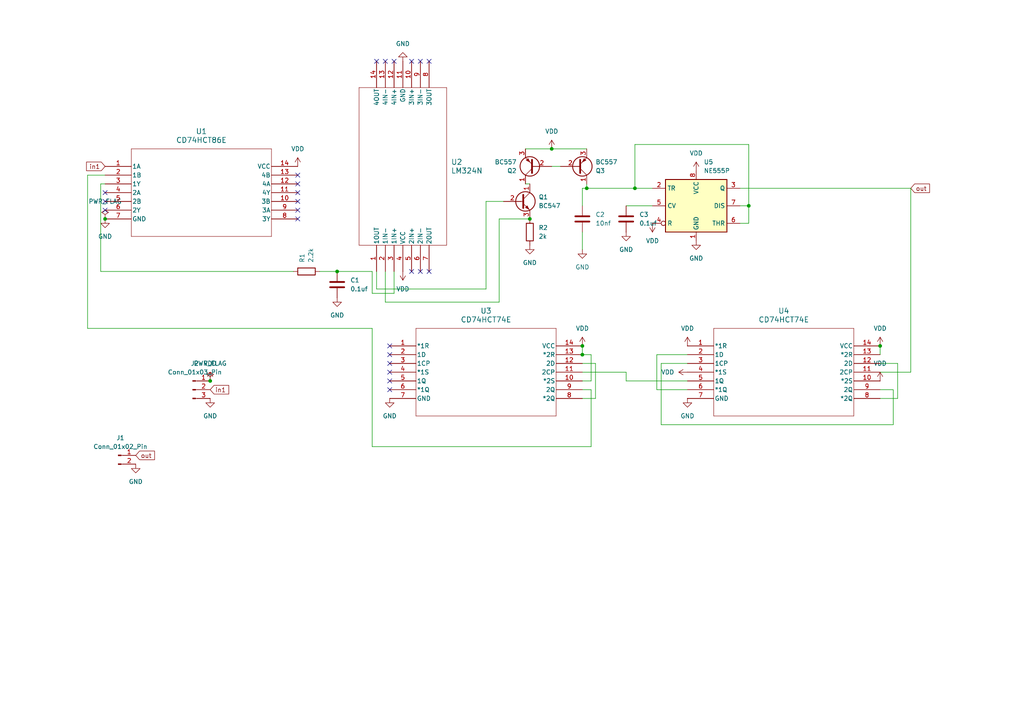
<source format=kicad_sch>
(kicad_sch (version 20231120) (generator "eeschema") (generator_version "8.0")
  (paper "A4")
  (lib_symbols
    (symbol "Connector:Conn_01x02_Pin" (pin_names (offset 1.016) hide)
      (property "Reference" "J" (at 0 2.54 0))
      (property "Value" "Conn_01x02_Pin" (at 0 -5.08 0))
      (symbol "Conn_01x02_Pin_1_1"
        (polyline (pts (xy 1.27 -2.54) (xy 0.8636 -2.54)) (stroke (width 0.1524)))
        (polyline (pts (xy 1.27 0) (xy 0.8636 0)) (stroke (width 0.1524)))
        (rectangle (start 0.8636 -2.413) (end 0 -2.667) (stroke (width 0.1524)) (fill (type outline)))
        (rectangle (start 0.8636 0.127) (end 0 -0.127) (stroke (width 0.1524)) (fill (type outline)))
        (pin passive line (at 5.08 0 180) (length 3.81) (name "Pin_1") (number "1"))
        (pin passive line (at 5.08 -2.54 180) (length 3.81) (name "Pin_2") (number "2"))
      )
    )
    (symbol "Connector:Conn_01x03_Pin" (pin_names (offset 1.016) hide)
      (property "Reference" "J" (at 0 5.08 0))
      (property "Value" "Conn_01x03_Pin" (at 0 -5.08 0))
      (symbol "Conn_01x03_Pin_1_1"
        (polyline (pts (xy 1.27 -2.54) (xy 0.8636 -2.54)) (stroke (width 0.1524)))
        (polyline (pts (xy 1.27 0) (xy 0.8636 0)) (stroke (width 0.1524)))
        (polyline (pts (xy 1.27 2.54) (xy 0.8636 2.54)) (stroke (width 0.1524)))
        (rectangle (start 0.8636 -2.413) (end 0 -2.667) (stroke (width 0.1524)) (fill (type outline)))
        (rectangle (start 0.8636 0.127) (end 0 -0.127) (stroke (width 0.1524)) (fill (type outline)))
        (rectangle (start 0.8636 2.667) (end 0 2.413) (stroke (width 0.1524)) (fill (type outline)))
        (pin passive line (at 5.08 2.54 180) (length 3.81) (name "Pin_1") (number "1"))
        (pin passive line (at 5.08 0 180) (length 3.81) (name "Pin_2") (number "2"))
        (pin passive line (at 5.08 -2.54 180) (length 3.81) (name "Pin_3") (number "3"))
      )
    )
    (symbol "Device:C" (pin_numbers hide) (pin_names (offset 0.254))
      (property "Reference" "C" (at 0.635 2.54 0))
      (property "Value" "C" (at 0.635 -2.54 0))
      (symbol "C_0_1"
        (polyline (pts (xy -2.032 -0.762) (xy 2.032 -0.762)) (stroke (width 0.508)))
        (polyline (pts (xy -2.032 0.762) (xy 2.032 0.762)) (stroke (width 0.508)))
      )
      (symbol "C_1_1"
        (pin passive line (at 0 3.81 270) (length 2.794) (name "~") (number "1"))
        (pin passive line (at 0 -3.81 90) (length 2.794) (name "~") (number "2"))
      )
    )
    (symbol "Device:R" (pin_numbers hide) (pin_names (offset 0))
      (property "Reference" "R" (at 2.032 0 90))
      (property "Value" "R" (at 0 0 90))
      (symbol "R_0_1"
        (rectangle (start -1.016 -2.54) (end 1.016 2.54) (stroke (width 0.254)))
      )
      (symbol "R_1_1"
        (pin passive line (at 0 3.81 270) (length 1.27) (name "~") (number "1"))
        (pin passive line (at 0 -3.81 90) (length 1.27) (name "~") (number "2"))
      )
    )
    (symbol "Timer:NE555P"
      (property "Reference" "U" (at -10.16 8.89 0))
      (property "Value" "NE555P" (at 2.54 8.89 0))
      (symbol "NE555P_0_0"
        (pin power_in line (at 0 -10.16 90) (length 2.54) (name "GND") (number "1"))
        (pin power_in line (at 0 10.16 270) (length 2.54) (name "VCC") (number "8"))
      )
      (symbol "NE555P_0_1"
        (rectangle (start -8.89 -7.62) (end 8.89 7.62) (stroke (width 0.254)) (fill (type background)))
        (rectangle (start -8.89 -7.62) (end 8.89 7.62) (stroke (width 0.254)) (fill (type background)))
      )
      (symbol "NE555P_1_1"
        (pin input line (at -12.7 5.08 0) (length 3.81) (name "TR") (number "2"))
        (pin output line (at 12.7 5.08 180) (length 3.81) (name "Q") (number "3"))
        (pin input inverted (at -12.7 -5.08 0) (length 3.81) (name "R") (number "4"))
        (pin input line (at -12.7 0 0) (length 3.81) (name "CV") (number "5"))
        (pin input line (at 12.7 -5.08 180) (length 3.81) (name "THR") (number "6"))
        (pin input line (at 12.7 0 180) (length 3.81) (name "DIS") (number "7"))
      )
    )
    (symbol "Transistor_BJT:BC547" (pin_names (offset 0) hide)
      (property "Reference" "Q" (at 5.08 1.905 0))
      (property "Value" "BC547" (at 5.08 0 0))
      (symbol "BC547_0_1"
        (polyline (pts (xy 0 0) (xy 0.635 0)))
        (polyline (pts (xy 0.635 0.635) (xy 2.54 2.54)))
        (polyline (pts (xy 0.635 -0.635) (xy 2.54 -2.54) (xy 2.54 -2.54)))
        (polyline (pts (xy 0.635 1.905) (xy 0.635 -1.905) (xy 0.635 -1.905)) (stroke (width 0.508)))
        (polyline (pts (xy 1.27 -1.778) (xy 1.778 -1.27) (xy 2.286 -2.286) (xy 1.27 -1.778) (xy 1.27 -1.778)) (fill (type outline)))
        (circle (center 1.27 0) (radius 2.8194) (stroke (width 0.254)))
      )
      (symbol "BC547_1_1"
        (pin passive line (at 2.54 5.08 270) (length 2.54) (name "C") (number "1"))
        (pin input line (at -5.08 0 0) (length 5.08) (name "B") (number "2"))
        (pin passive line (at 2.54 -5.08 90) (length 2.54) (name "E") (number "3"))
      )
    )
    (symbol "Transistor_BJT:BC557" (pin_names (offset 0) hide)
      (property "Reference" "Q" (at 5.08 1.905 0))
      (property "Value" "BC557" (at 5.08 0 0))
      (symbol "BC557_0_1"
        (polyline (pts (xy 0.635 0.635) (xy 2.54 2.54)))
        (polyline (pts (xy 0.635 -0.635) (xy 2.54 -2.54) (xy 2.54 -2.54)))
        (polyline (pts (xy 0.635 1.905) (xy 0.635 -1.905) (xy 0.635 -1.905)) (stroke (width 0.508)))
        (polyline (pts (xy 2.286 -1.778) (xy 1.778 -2.286) (xy 1.27 -1.27) (xy 2.286 -1.778) (xy 2.286 -1.778)) (fill (type outline)))
        (circle (center 1.27 0) (radius 2.8194) (stroke (width 0.254)))
      )
      (symbol "BC557_1_1"
        (pin passive line (at 2.54 5.08 270) (length 2.54) (name "C") (number "1"))
        (pin input line (at -5.08 0 0) (length 5.715) (name "B") (number "2"))
        (pin passive line (at 2.54 -5.08 90) (length 2.54) (name "E") (number "3"))
      )
    )
    (symbol "pll flip:CD74HCT74E" (pin_names (offset 0.254))
      (property "Reference" "U" (at 27.94 10.16 0))
      (property "Value" "CD74HCT74E" (at 27.94 7.62 0))
      (symbol "CD74HCT74E_0_1"
        (polyline (pts (xy 7.62 -20.32) (xy 48.26 -20.32)) (stroke (width 0.127)))
        (polyline (pts (xy 7.62 5.08) (xy 7.62 -20.32)) (stroke (width 0.127)))
        (polyline (pts (xy 48.26 -20.32) (xy 48.26 5.08)) (stroke (width 0.127)))
        (polyline (pts (xy 48.26 5.08) (xy 7.62 5.08)) (stroke (width 0.127)))
        (pin input line (at 0 0 0) (length 7.62) (name "*1R") (number "1"))
        (pin input line (at 55.88 -10.16 180) (length 7.62) (name "*2S") (number "10"))
        (pin input line (at 55.88 -7.62 180) (length 7.62) (name "2CP") (number "11"))
        (pin input line (at 55.88 -5.08 180) (length 7.62) (name "2D") (number "12"))
        (pin input line (at 55.88 -2.54 180) (length 7.62) (name "*2R") (number "13"))
        (pin power_in line (at 55.88 0 180) (length 7.62) (name "VCC") (number "14"))
        (pin input line (at 0 -2.54 0) (length 7.62) (name "1D") (number "2"))
        (pin input line (at 0 -5.08 0) (length 7.62) (name "1CP") (number "3"))
        (pin input line (at 0 -7.62 0) (length 7.62) (name "*1S") (number "4"))
        (pin output line (at 0 -10.16 0) (length 7.62) (name "1Q") (number "5"))
        (pin output line (at 0 -12.7 0) (length 7.62) (name "*1Q") (number "6"))
        (pin power_in line (at 0 -15.24 0) (length 7.62) (name "GND") (number "7"))
        (pin output line (at 55.88 -15.24 180) (length 7.62) (name "*2Q") (number "8"))
        (pin output line (at 55.88 -12.7 180) (length 7.62) (name "2Q") (number "9"))
      )
    )
    (symbol "pll op:LM324N" (pin_names (offset 0.254))
      (property "Reference" "U" (at 30.48 10.16 0))
      (property "Value" "LM324N" (at 30.48 7.62 0))
      (symbol "LM324N_0_1"
        (polyline (pts (xy 7.62 -20.32) (xy 53.34 -20.32)) (stroke (width 0.127)))
        (polyline (pts (xy 7.62 5.08) (xy 7.62 -20.32)) (stroke (width 0.127)))
        (polyline (pts (xy 53.34 -20.32) (xy 53.34 5.08)) (stroke (width 0.127)))
        (polyline (pts (xy 53.34 5.08) (xy 7.62 5.08)) (stroke (width 0.127)))
        (pin output line (at 0 0 0) (length 7.62) (name "1OUT") (number "1"))
        (pin input line (at 60.96 -10.16 180) (length 7.62) (name "3IN+") (number "10"))
        (pin power_in line (at 60.96 -7.62 180) (length 7.62) (name "GND") (number "11"))
        (pin input line (at 60.96 -5.08 180) (length 7.62) (name "4IN+") (number "12"))
        (pin input line (at 60.96 -2.54 180) (length 7.62) (name "4IN-") (number "13"))
        (pin output line (at 60.96 0 180) (length 7.62) (name "4OUT") (number "14"))
        (pin input line (at 0 -2.54 0) (length 7.62) (name "1IN-") (number "2"))
        (pin input line (at 0 -5.08 0) (length 7.62) (name "1IN+") (number "3"))
        (pin power_in line (at 0 -7.62 0) (length 7.62) (name "VCC") (number "4"))
        (pin input line (at 0 -10.16 0) (length 7.62) (name "2IN+") (number "5"))
        (pin input line (at 0 -12.7 0) (length 7.62) (name "2IN-") (number "6"))
        (pin output line (at 0 -15.24 0) (length 7.62) (name "2OUT") (number "7"))
        (pin output line (at 60.96 -15.24 180) (length 7.62) (name "3OUT") (number "8"))
        (pin input line (at 60.96 -12.7 180) (length 7.62) (name "3IN-") (number "9"))
      )
    )
    (symbol "pll xor:CD74HCT86E" (pin_names (offset 0.254))
      (property "Reference" "U" (at 27.94 10.16 0))
      (property "Value" "CD74HCT86E" (at 27.94 7.62 0))
      (symbol "CD74HCT86E_0_1"
        (polyline (pts (xy 7.62 -20.32) (xy 48.26 -20.32)) (stroke (width 0.127)))
        (polyline (pts (xy 7.62 5.08) (xy 7.62 -20.32)) (stroke (width 0.127)))
        (polyline (pts (xy 48.26 -20.32) (xy 48.26 5.08)) (stroke (width 0.127)))
        (polyline (pts (xy 48.26 5.08) (xy 7.62 5.08)) (stroke (width 0.127)))
        (pin input line (at 0 0 0) (length 7.62) (name "1A") (number "1"))
        (pin input line (at 55.88 -10.16 180) (length 7.62) (name "3B") (number "10"))
        (pin output line (at 55.88 -7.62 180) (length 7.62) (name "4Y") (number "11"))
        (pin input line (at 55.88 -5.08 180) (length 7.62) (name "4A") (number "12"))
        (pin input line (at 55.88 -2.54 180) (length 7.62) (name "4B") (number "13"))
        (pin power_in line (at 55.88 0 180) (length 7.62) (name "VCC") (number "14"))
        (pin input line (at 0 -2.54 0) (length 7.62) (name "1B") (number "2"))
        (pin output line (at 0 -5.08 0) (length 7.62) (name "1Y") (number "3"))
        (pin input line (at 0 -7.62 0) (length 7.62) (name "2A") (number "4"))
        (pin input line (at 0 -10.16 0) (length 7.62) (name "2B") (number "5"))
        (pin output line (at 0 -12.7 0) (length 7.62) (name "2Y") (number "6"))
        (pin power_in line (at 0 -15.24 0) (length 7.62) (name "GND") (number "7"))
        (pin output line (at 55.88 -15.24 180) (length 7.62) (name "3Y") (number "8"))
        (pin input line (at 55.88 -12.7 180) (length 7.62) (name "3A") (number "9"))
      )
    )
    (symbol "power:GND" (power) (pin_numbers hide) (pin_names (offset 0) hide)
      (property "Value" "GND" (at 0 -3.81 0))
      (symbol "GND_0_1"
        (polyline (pts (xy 0 0) (xy 0 -1.27) (xy 1.27 -1.27) (xy 0 -2.54) (xy -1.27 -1.27) (xy 0 -1.27)))
      )
      (symbol "GND_1_1"
        (pin power_in line (at 0 0 270) (length 0) (name "~") (number "1"))
      )
    )
    (symbol "power:PWR_FLAG" (power) (pin_numbers hide) (pin_names (offset 0) hide)
      (property "Value" "PWR_FLAG" (at 0 3.81 0))
      (symbol "PWR_FLAG_0_0"
        (pin power_out line (at 0 0 90) (length 0) (name "~") (number "1"))
      )
      (symbol "PWR_FLAG_0_1"
        (polyline (pts (xy 0 0) (xy 0 1.27) (xy -1.016 1.905) (xy 0 2.54) (xy 1.016 1.905) (xy 0 1.27)))
      )
    )
    (symbol "power:VDD" (power) (pin_numbers hide) (pin_names (offset 0) hide)
      (property "Value" "VDD" (at 0 3.556 0))
      (symbol "VDD_0_1"
        (polyline (pts (xy -0.762 1.27) (xy 0 2.54)))
        (polyline (pts (xy 0 0) (xy 0 2.54)))
        (polyline (pts (xy 0 2.54) (xy 0.762 1.27)))
      )
      (symbol "VDD_1_1"
        (pin power_in line (at 0 0 90) (length 0) (name "~") (number "1"))
      )
    )
  )
  (junction (at 255.27 100.33))
  (junction (at 160.02 43.18))
  (junction (at 153.67 63.5))
  (junction (at 170.18 54.61))
  (junction (at 97.79 78.74))
  (junction (at 30.48 63.5))
  (junction (at 60.96 110.49))
  (junction (at 168.91 100.33))
  (junction (at 168.91 102.87))
  (junction (at 184.15 54.61))
  (junction (at 217.17 59.69))
  (no_connect (at 86.36 63.5))
  (no_connect (at 86.36 55.88))
  (no_connect (at 30.48 60.96))
  (no_connect (at 113.03 110.49))
  (no_connect (at 114.3 17.78))
  (no_connect (at 113.03 113.03))
  (no_connect (at 86.36 50.8))
  (no_connect (at 121.92 78.74))
  (no_connect (at 30.48 58.42))
  (no_connect (at 121.92 17.78))
  (no_connect (at 86.36 60.96))
  (no_connect (at 109.22 17.78))
  (no_connect (at 113.03 100.33))
  (no_connect (at 113.03 105.41))
  (no_connect (at 119.38 17.78))
  (no_connect (at 113.03 102.87))
  (no_connect (at 124.46 17.78))
  (no_connect (at 113.03 107.95))
  (no_connect (at 86.36 53.34))
  (no_connect (at 124.46 78.74))
  (no_connect (at 30.48 55.88))
  (no_connect (at 119.38 78.74))
  (no_connect (at 111.76 17.78))
  (no_connect (at 86.36 58.42))
  (wire (pts (xy 255.27 100.33) (xy 255.27 102.87)))
  (wire (pts (xy 160.02 48.26) (xy 162.56 48.26)))
  (wire (pts (xy 199.39 102.87) (xy 190.5 102.87)))
  (wire (pts (xy 92.71 78.74) (xy 97.79 78.74)))
  (wire (pts (xy 259.08 113.03) (xy 255.27 113.03)))
  (wire (pts (xy 29.21 53.34) (xy 29.21 78.74)))
  (wire (pts (xy 172.72 115.57) (xy 168.91 115.57)))
  (wire (pts (xy 181.61 59.69) (xy 189.23 59.69)))
  (wire (pts (xy 114.3 85.09) (xy 114.3 78.74)))
  (wire (pts (xy 168.91 67.31) (xy 168.91 72.39)))
  (wire (pts (xy 107.95 129.54) (xy 171.45 129.54)))
  (wire (pts (xy 199.39 110.49) (xy 181.61 110.49)))
  (wire (pts (xy 168.91 54.61) (xy 170.18 54.61)))
  (wire (pts (xy 181.61 110.49) (xy 181.61 107.95)))
  (wire (pts (xy 259.08 123.19) (xy 259.08 113.03)))
  (wire (pts (xy 217.17 59.69) (xy 214.63 59.69)))
  (wire (pts (xy 170.18 53.34) (xy 170.18 54.61)))
  (wire (pts (xy 107.95 85.09) (xy 114.3 85.09)))
  (wire (pts (xy 217.17 41.91) (xy 217.17 59.69)))
  (wire (pts (xy 144.78 63.5) (xy 153.67 63.5)))
  (wire (pts (xy 184.15 54.61) (xy 184.15 41.91)))
  (wire (pts (xy 111.76 78.74) (xy 111.76 87.63)))
  (wire (pts (xy 30.48 53.34) (xy 29.21 53.34)))
  (wire (pts (xy 214.63 54.61) (xy 264.16 54.61)))
  (wire (pts (xy 29.21 78.74) (xy 85.09 78.74)))
  (wire (pts (xy 190.5 102.87) (xy 190.5 113.03)))
  (wire (pts (xy 109.22 83.82) (xy 140.97 83.82)))
  (wire (pts (xy 184.15 54.61) (xy 189.23 54.61)))
  (wire (pts (xy 190.5 113.03) (xy 199.39 113.03)))
  (wire (pts (xy 264.16 54.61) (xy 264.16 107.95)))
  (wire (pts (xy 214.63 64.77) (xy 217.17 64.77)))
  (wire (pts (xy 107.95 78.74) (xy 107.95 85.09)))
  (wire (pts (xy 25.4 50.8) (xy 25.4 95.25)))
  (wire (pts (xy 168.91 113.03) (xy 171.45 113.03)))
  (wire (pts (xy 97.79 78.74) (xy 107.95 78.74)))
  (wire (pts (xy 168.91 54.61) (xy 168.91 59.69)))
  (wire (pts (xy 171.45 110.49) (xy 171.45 102.87)))
  (wire (pts (xy 260.35 115.57) (xy 255.27 115.57)))
  (wire (pts (xy 109.22 78.74) (xy 109.22 83.82)))
  (wire (pts (xy 172.72 105.41) (xy 172.72 115.57)))
  (wire (pts (xy 191.77 105.41) (xy 191.77 123.19)))
  (wire (pts (xy 25.4 95.25) (xy 107.95 95.25)))
  (wire (pts (xy 107.95 95.25) (xy 107.95 129.54)))
  (wire (pts (xy 111.76 87.63) (xy 144.78 87.63)))
  (wire (pts (xy 160.02 43.18) (xy 170.18 43.18)))
  (wire (pts (xy 168.91 107.95) (xy 181.61 107.95)))
  (wire (pts (xy 199.39 105.41) (xy 191.77 105.41)))
  (wire (pts (xy 171.45 102.87) (xy 168.91 102.87)))
  (wire (pts (xy 152.4 43.18) (xy 160.02 43.18)))
  (wire (pts (xy 168.91 110.49) (xy 171.45 110.49)))
  (wire (pts (xy 191.77 123.19) (xy 259.08 123.19)))
  (wire (pts (xy 140.97 83.82) (xy 140.97 58.42)))
  (wire (pts (xy 168.91 105.41) (xy 172.72 105.41)))
  (wire (pts (xy 255.27 105.41) (xy 260.35 105.41)))
  (wire (pts (xy 171.45 129.54) (xy 171.45 113.03)))
  (wire (pts (xy 260.35 105.41) (xy 260.35 115.57)))
  (wire (pts (xy 152.4 53.34) (xy 153.67 53.34)))
  (wire (pts (xy 170.18 54.61) (xy 184.15 54.61)))
  (wire (pts (xy 217.17 59.69) (xy 217.17 64.77)))
  (wire (pts (xy 144.78 87.63) (xy 144.78 63.5)))
  (wire (pts (xy 184.15 41.91) (xy 217.17 41.91)))
  (wire (pts (xy 30.48 50.8) (xy 25.4 50.8)))
  (wire (pts (xy 264.16 107.95) (xy 255.27 107.95)))
  (wire (pts (xy 168.91 100.33) (xy 168.91 102.87)))
  (wire (pts (xy 140.97 58.42) (xy 146.05 58.42)))
  (global_label "out" (shape input) (at 264.16 54.61 0) (property "Intersheetrefs" "${INTERSHEET_REFS}" (effects (hide yes))))
  (global_label "in1" (shape input) (at 30.48 48.26 180) (property "Intersheetrefs" "${INTERSHEET_REFS}" (effects (hide yes))))
  (global_label "in1" (shape input) (at 60.96 113.03 0) (property "Intersheetrefs" "${INTERSHEET_REFS}" (effects (hide yes))))
  (global_label "out" (shape input) (at 39.37 132.08 0) (property "Intersheetrefs" "${INTERSHEET_REFS}" (effects (hide yes))))
  (symbol (lib_id "power:GND") (at 39.37 134.62 0) (unit 1)
    (property "Reference" "#PWR02" (effects (hide yes)))
    (property "Value" "GND" (at 39.37 139.7 0))
    (property "Description" "Power symbol creates a global label with name \"GND\" , ground" (effects (hide yes)))
  )
  (symbol (lib_id "Device:R") (at 153.67 67.31 0) (unit 1)
    (property "Reference" "R2" (at 156.21 66.0399 0) (effects (justify left)))
    (property "Value" "2k" (at 156.21 68.5799 0) (effects (justify left)))
    (property "Footprint" "Resistor_THT:R_Axial_DIN0207_L6.3mm_D2.5mm_P7.62mm_Horizontal" (effects (hide yes)))
    (property "Description" "Resistor" (effects (hide yes)))
  )
  (symbol (lib_id "Device:C") (at 168.91 63.5 0) (unit 1)
    (property "Reference" "C2" (at 172.72 62.2299 0) (effects (justify left)))
    (property "Value" "10nf" (at 172.72 64.7699 0) (effects (justify left)))
    (property "Footprint" "Capacitor_THT:CP_Radial_D8.0mm_P5.00mm" (effects (hide yes)))
    (property "Description" "Unpolarized capacitor" (effects (hide yes)))
  )
  (symbol (lib_id "power:VDD") (at 168.91 100.33 0) (unit 1)
    (property "Reference" "#PWR013" (effects (hide yes)))
    (property "Value" "VDD" (at 168.91 95.25 0))
    (property "Description" "Power symbol creates a global label with name \"VDD\"" (effects (hide yes)))
  )
  (symbol (lib_id "power:GND") (at 181.61 67.31 0) (unit 1)
    (property "Reference" "#PWR014" (effects (hide yes)))
    (property "Value" "GND" (at 181.61 72.39 0))
    (property "Description" "Power symbol creates a global label with name \"GND\" , ground" (effects (hide yes)))
  )
  (symbol (lib_id "power:PWR_FLAG") (at 60.96 110.49 0) (unit 1)
    (property "Reference" "#FLG02" (effects (hide yes)))
    (property "Value" "PWR_FLAG" (at 60.96 105.41 0))
    (property "Description" "Special symbol for telling ERC where power comes from" (effects (hide yes)))
  )
  (symbol (lib_id "Device:R") (at 88.9 78.74 90) (unit 1)
    (property "Reference" "R1" (at 87.6299 76.2 0) (effects (justify left)))
    (property "Value" "2.2k" (at 90.1699 76.2 0) (effects (justify left)))
    (property "Footprint" "Resistor_THT:R_Axial_DIN0207_L6.3mm_D2.5mm_P10.16mm_Horizontal" (effects (hide yes)))
    (property "Description" "Resistor" (effects (hide yes)))
  )
  (symbol (lib_id "pll op:LM324N") (at 109.22 78.74 90) (unit 1)
    (property "Reference" "U2" (at 130.81 46.9899 90) (effects (font (size 1.524 1.524)) (justify right)))
    (property "Value" "LM324N" (at 130.81 49.5299 90) (effects (font (size 1.524 1.524)) (justify right)))
    (property "Footprint" "lm324foot:N14" (effects (hide yes)))
    (property "Datasheet" "LM324N" (effects (hide yes)))
  )
  (symbol (lib_id "Device:C") (at 97.79 82.55 0) (unit 1)
    (property "Reference" "C1" (at 101.6 81.2799 0) (effects (justify left)))
    (property "Value" "0.1uf" (at 101.6 83.8199 0) (effects (justify left)))
    (property "Footprint" "Capacitor_THT:CP_Radial_D8.0mm_P3.80mm" (effects (hide yes)))
    (property "Description" "Unpolarized capacitor" (effects (hide yes)))
  )
  (symbol (lib_id "Connector:Conn_01x03_Pin") (at 55.88 113.03 0) (unit 1)
    (property "Reference" "J2" (at 56.515 105.41 0))
    (property "Value" "Conn_01x03_Pin" (at 56.515 107.95 0))
    (property "Footprint" "Connector_PinHeader_2.00mm:PinHeader_1x03_P2.00mm_Vertical" (effects (hide yes)))
    (property "Description" "Generic connector, single row, 01x03, script generated" (effects (hide yes)))
  )
  (symbol (lib_id "Device:C") (at 181.61 63.5 0) (unit 1)
    (property "Reference" "C3" (at 185.42 62.2299 0) (effects (justify left)))
    (property "Value" "0.1uf" (at 185.42 64.7699 0) (effects (justify left)))
    (property "Footprint" "Capacitor_THT:CP_Radial_D8.0mm_P3.50mm" (effects (hide yes)))
    (property "Description" "Unpolarized capacitor" (effects (hide yes)))
  )
  (symbol (lib_id "power:VDD") (at 189.23 64.77 0) (mirror x) (unit 1)
    (property "Reference" "#PWR015" (effects (hide yes)))
    (property "Value" "VDD" (at 189.23 69.85 0))
    (property "Description" "Power symbol creates a global label with name \"VDD\"" (effects (hide yes)))
  )
  (symbol (lib_id "Transistor_BJT:BC547") (at 151.13 58.42 0) (unit 1)
    (property "Reference" "Q1" (at 156.21 57.1499 0) (effects (justify left)))
    (property "Value" "BC547" (at 156.21 59.6899 0) (effects (justify left)))
    (property "Footprint" "Package_TO_SOT_THT:TO-92_Inline" (effects (hide yes)))
    (property "Datasheet" "https://www.onsemi.com/pub/Collateral/BC550-D.pdf" (effects (hide yes)))
    (property "Description" "0.1A Ic, 45V Vce, Small Signal NPN Transistor, TO-92" (effects (hide yes)))
  )
  (symbol (lib_id "power:GND") (at 153.67 71.12 0) (unit 1)
    (property "Reference" "#PWR010" (effects (hide yes)))
    (property "Value" "GND" (at 153.67 76.2 0))
    (property "Description" "Power symbol creates a global label with name \"GND\" , ground" (effects (hide yes)))
  )
  (symbol (lib_id "power:VDD") (at 86.36 48.26 0) (unit 1)
    (property "Reference" "#PWR05" (effects (hide yes)))
    (property "Value" "VDD" (at 86.36 43.18 0))
    (property "Description" "Power symbol creates a global label with name \"VDD\"" (effects (hide yes)))
  )
  (symbol (lib_id "power:GND") (at 201.93 69.85 0) (unit 1)
    (property "Reference" "#PWR020" (effects (hide yes)))
    (property "Value" "GND" (at 201.93 74.93 0))
    (property "Description" "Power symbol creates a global label with name \"GND\" , ground" (effects (hide yes)))
  )
  (symbol (lib_id "power:VDD") (at 201.93 49.53 0) (unit 1)
    (property "Reference" "#PWR019" (effects (hide yes)))
    (property "Value" "VDD" (at 201.93 44.45 0))
    (property "Description" "Power symbol creates a global label with name \"VDD\"" (effects (hide yes)))
  )
  (symbol (lib_id "power:GND") (at 60.96 115.57 0) (unit 1)
    (property "Reference" "#PWR04" (effects (hide yes)))
    (property "Value" "GND" (at 60.96 120.65 0))
    (property "Description" "Power symbol creates a global label with name \"GND\" , ground" (effects (hide yes)))
  )
  (symbol (lib_id "Connector:Conn_01x02_Pin") (at 34.29 132.08 0) (unit 1)
    (property "Reference" "J1" (at 34.925 127 0))
    (property "Value" "Conn_01x02_Pin" (at 34.925 129.54 0))
    (property "Footprint" "Connector_PinHeader_2.00mm:PinHeader_1x02_P2.00mm_Vertical" (effects (hide yes)))
    (property "Description" "Generic connector, single row, 01x02, script generated" (effects (hide yes)))
  )
  (symbol (lib_id "power:VDD") (at 60.96 110.49 0) (unit 1)
    (property "Reference" "#PWR03" (effects (hide yes)))
    (property "Value" "VDD" (at 60.96 105.41 0))
    (property "Description" "Power symbol creates a global label with name \"VDD\"" (effects (hide yes)))
  )
  (symbol (lib_id "power:GND") (at 113.03 115.57 0) (unit 1)
    (property "Reference" "#PWR07" (effects (hide yes)))
    (property "Value" "GND" (at 113.03 120.65 0))
    (property "Description" "Power symbol creates a global label with name \"GND\" , ground" (effects (hide yes)))
  )
  (symbol (lib_id "Transistor_BJT:BC557") (at 154.94 48.26 180) (unit 1)
    (property "Reference" "Q2" (at 149.86 49.5301 0) (effects (justify left)))
    (property "Value" "BC557" (at 149.86 46.9901 0) (effects (justify left)))
    (property "Footprint" "Package_TO_SOT_THT:TO-92_Inline" (effects (hide yes)))
    (property "Datasheet" "https://www.onsemi.com/pub/Collateral/BC556BTA-D.pdf" (effects (hide yes)))
    (property "Description" "0.1A Ic, 45V Vce, PNP Small Signal Transistor, TO-92" (effects (hide yes)))
  )
  (symbol (lib_id "power:GND") (at 97.79 86.36 0) (unit 1)
    (property "Reference" "#PWR06" (effects (hide yes)))
    (property "Value" "GND" (at 97.79 91.44 0))
    (property "Description" "Power symbol creates a global label with name \"GND\" , ground" (effects (hide yes)))
  )
  (symbol (lib_id "power:GND") (at 168.91 72.39 0) (unit 1)
    (property "Reference" "#PWR012" (effects (hide yes)))
    (property "Value" "GND" (at 168.91 77.47 0))
    (property "Description" "Power symbol creates a global label with name \"GND\" , ground" (effects (hide yes)))
  )
  (symbol (lib_id "pll xor:CD74HCT86E") (at 30.48 48.26 0) (unit 1)
    (property "Reference" "U1" (at 58.42 38.1 0) (effects (font (size 1.524 1.524))))
    (property "Value" "CD74HCT86E" (at 58.42 40.64 0) (effects (font (size 1.524 1.524))))
    (property "Footprint" "xorfoot:N14" (effects (hide yes)))
    (property "Datasheet" "CD74HCT86E" (effects (hide yes)))
  )
  (symbol (lib_id "pll flip:CD74HCT74E") (at 113.03 100.33 0) (unit 1)
    (property "Reference" "U3" (at 140.97 90.17 0) (effects (font (size 1.524 1.524))))
    (property "Value" "CD74HCT74E" (at 140.97 92.71 0) (effects (font (size 1.524 1.524))))
    (property "Footprint" "pll flip:N14" (effects (hide yes)))
    (property "Datasheet" "CD74HCT74E" (effects (hide yes)))
  )
  (symbol (lib_id "power:PWR_FLAG") (at 30.48 63.5 0) (unit 1)
    (property "Reference" "#FLG01" (effects (hide yes)))
    (property "Value" "PWR_FLAG" (at 30.48 58.42 0))
    (property "Description" "Special symbol for telling ERC where power comes from" (effects (hide yes)))
  )
  (symbol (lib_id "power:VDD") (at 255.27 100.33 0) (unit 1)
    (property "Reference" "#PWR021" (effects (hide yes)))
    (property "Value" "VDD" (at 255.27 95.25 0))
    (property "Description" "Power symbol creates a global label with name \"VDD\"" (effects (hide yes)))
  )
  (symbol (lib_id "power:VDD") (at 160.02 43.18 0) (unit 1)
    (property "Reference" "#PWR011" (effects (hide yes)))
    (property "Value" "VDD" (at 160.02 38.1 0))
    (property "Description" "Power symbol creates a global label with name \"VDD\"" (effects (hide yes)))
  )
  (symbol (lib_id "power:GND") (at 116.84 17.78 0) (mirror x) (unit 1)
    (property "Reference" "#PWR08" (effects (hide yes)))
    (property "Value" "GND" (at 116.84 12.7 0))
    (property "Description" "Power symbol creates a global label with name \"GND\" , ground" (effects (hide yes)))
  )
  (symbol (lib_id "power:VDD") (at 255.27 110.49 0) (unit 1)
    (property "Reference" "#PWR022" (effects (hide yes)))
    (property "Value" "VDD" (at 255.27 105.41 0))
    (property "Description" "Power symbol creates a global label with name \"VDD\"" (effects (hide yes)))
  )
  (symbol (lib_id "power:GND") (at 199.39 115.57 0) (unit 1)
    (property "Reference" "#PWR018" (effects (hide yes)))
    (property "Value" "GND" (at 199.39 120.65 0))
    (property "Description" "Power symbol creates a global label with name \"GND\" , ground" (effects (hide yes)))
  )
  (symbol (lib_id "pll flip:CD74HCT74E") (at 199.39 100.33 0) (unit 1)
    (property "Reference" "U4" (at 227.33 90.17 0) (effects (font (size 1.524 1.524))))
    (property "Value" "CD74HCT74E" (at 227.33 92.71 0) (effects (font (size 1.524 1.524))))
    (property "Footprint" "pll flip:N14" (effects (hide yes)))
    (property "Datasheet" "CD74HCT74E" (effects (hide yes)))
  )
  (symbol (lib_id "power:GND") (at 30.48 63.5 0) (unit 1)
    (property "Reference" "#PWR01" (effects (hide yes)))
    (property "Value" "GND" (at 30.48 68.58 0))
    (property "Description" "Power symbol creates a global label with name \"GND\" , ground" (effects (hide yes)))
  )
  (symbol (lib_id "Timer:NE555P") (at 201.93 59.69 0) (unit 1)
    (property "Reference" "U5" (at 204.1241 46.99 0) (effects (justify left)))
    (property "Value" "NE555P" (at 204.1241 49.53 0) (effects (justify left)))
    (property "Footprint" "Package_DIP:DIP-8_W7.62mm" (effects (hide yes)))
    (property "Datasheet" "http://www.ti.com/lit/ds/symlink/ne555.pdf" (effects (hide yes)))
    (property "Description" "Precision Timers, 555 compatible,  PDIP-8" (effects (hide yes)))
  )
  (symbol (lib_id "power:VDD") (at 199.39 100.33 0) (unit 1)
    (property "Reference" "#PWR016" (effects (hide yes)))
    (property "Value" "VDD" (at 199.39 95.25 0))
    (property "Description" "Power symbol creates a global label with name \"VDD\"" (effects (hide yes)))
  )
  (symbol (lib_id "power:VDD") (at 199.39 107.95 90) (unit 1)
    (property "Reference" "#PWR017" (effects (hide yes)))
    (property "Value" "VDD" (at 195.58 107.9499 90) (effects (justify left)))
    (property "Description" "Power symbol creates a global label with name \"VDD\"" (effects (hide yes)))
  )
  (symbol (lib_id "power:VDD") (at 116.84 78.74 0) (mirror x) (unit 1)
    (property "Reference" "#PWR09" (effects (hide yes)))
    (property "Value" "VDD" (at 116.84 83.82 0))
    (property "Description" "Power symbol creates a global label with name \"VDD\"" (effects (hide yes)))
  )
  (symbol (lib_id "Transistor_BJT:BC557") (at 167.64 48.26 0) (mirror x) (unit 1)
    (property "Reference" "Q3" (at 172.72 49.5301 0) (effects (justify left)))
    (property "Value" "BC557" (at 172.72 46.9901 0) (effects (justify left)))
    (property "Footprint" "Package_TO_SOT_THT:TO-92_Inline" (effects (hide yes)))
    (property "Datasheet" "https://www.onsemi.com/pub/Collateral/BC556BTA-D.pdf" (effects (hide yes)))
    (property "Description" "0.1A Ic, 45V Vce, PNP Small Signal Transistor, TO-92" (effects (hide yes)))
  )
)
</source>
